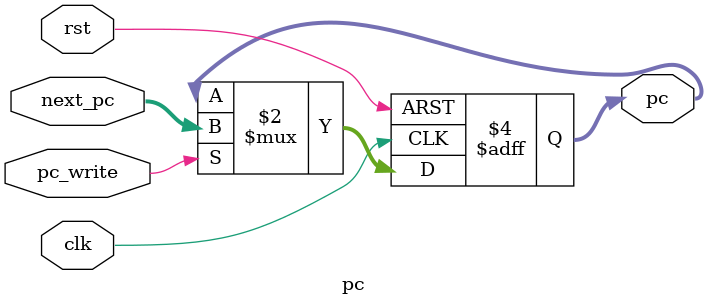
<source format=v>
module pc(
    input clk,
    input rst,
    input pc_write,
    input [15:0] next_pc ,
    output reg [15:0] pc
);

    always @(posedge clk or posedge rst) begin
        if (rst) 
            pc<= 16'd0;
        else if ( pc_write)
            pc<=next_pc;
    end
endmodule
        
</source>
